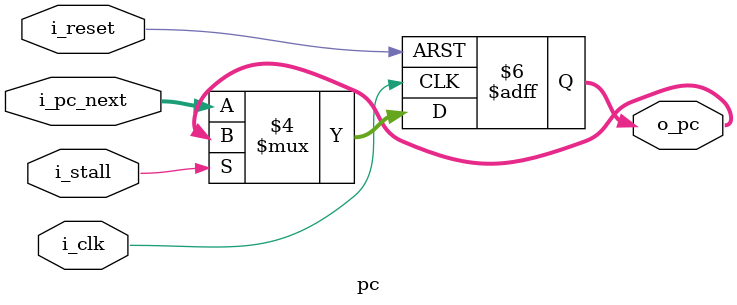
<source format=sv>
module pc(
	input logic i_clk,
	input logic i_reset,
	input logic i_stall,
	
	input  logic [31:0] i_pc_next,
	output logic [31:0] o_pc
);

	always_ff @(posedge i_clk or negedge i_reset) begin 
		if (!i_reset) begin
			o_pc <= 32'b0;		
		end else if (i_stall) begin 
			o_pc <= o_pc;
		end else begin
			o_pc <= i_pc_next;
		end
	end 


endmodule 
</source>
